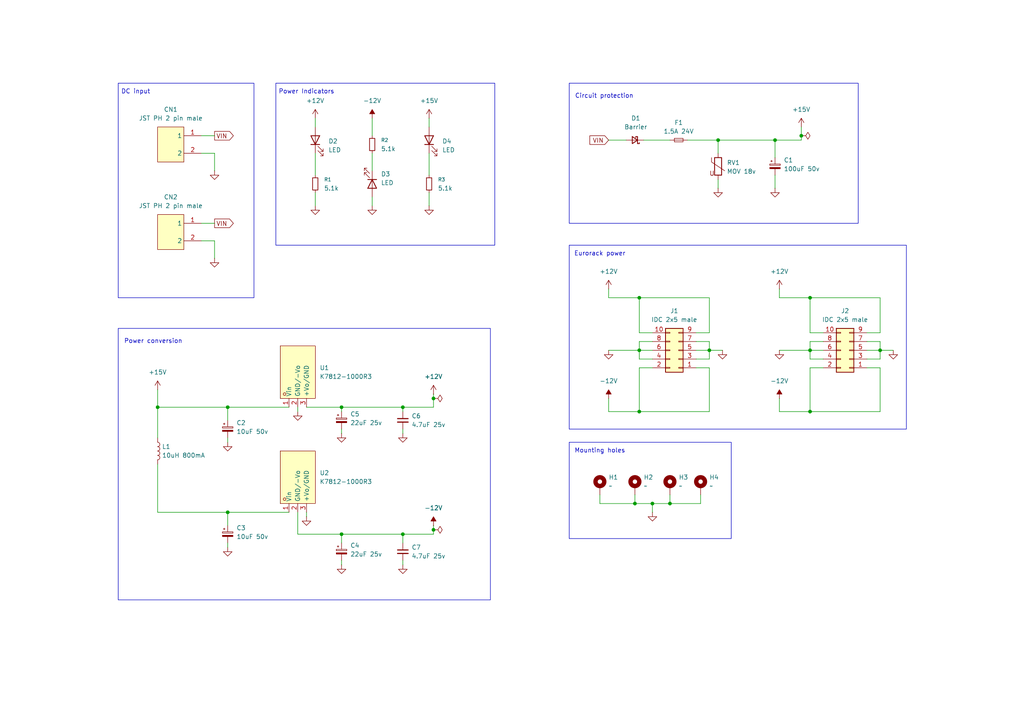
<source format=kicad_sch>
(kicad_sch (version 20250114) (generator "eeschema") (generator_version "9.0")
  (paper "A4")
  (lib_symbols
    (symbol "Connector_Generic:Conn_02x05_Odd_Even" (pin_names (offset 1.016) (hide yes))
      (property "Reference" "J" (at 1.27 7.62 0))
      (property "Value" "Conn_02x05_Odd_Even" (at 1.27 -7.62 0))
      (symbol "Conn_02x05_Odd_Even_1_1"
        (rectangle (start -1.27 6.35) (end 3.81 -6.35) (stroke (width 0.254)) (fill (type background)))
        (rectangle (start -1.27 5.207) (end 0 4.953) (stroke (width 0.1524)))
        (rectangle (start -1.27 2.667) (end 0 2.413) (stroke (width 0.1524)))
        (rectangle (start -1.27 0.127) (end 0 -0.127) (stroke (width 0.1524)))
        (rectangle (start -1.27 -2.413) (end 0 -2.667) (stroke (width 0.1524)))
        (rectangle (start -1.27 -4.953) (end 0 -5.207) (stroke (width 0.1524)))
        (rectangle (start 3.81 5.207) (end 2.54 4.953) (stroke (width 0.1524)))
        (rectangle (start 3.81 2.667) (end 2.54 2.413) (stroke (width 0.1524)))
        (rectangle (start 3.81 0.127) (end 2.54 -0.127) (stroke (width 0.1524)))
        (rectangle (start 3.81 -2.413) (end 2.54 -2.667) (stroke (width 0.1524)))
        (rectangle (start 3.81 -4.953) (end 2.54 -5.207) (stroke (width 0.1524)))
        (pin passive line (at -5.08 5.08 0) (length 3.81) (name "Pin_1") (number "1"))
        (pin passive line (at -5.08 2.54 0) (length 3.81) (name "Pin_3") (number "3"))
        (pin passive line (at -5.08 0 0) (length 3.81) (name "Pin_5") (number "5"))
        (pin passive line (at -5.08 -2.54 0) (length 3.81) (name "Pin_7") (number "7"))
        (pin passive line (at -5.08 -5.08 0) (length 3.81) (name "Pin_9") (number "9"))
        (pin passive line (at 7.62 5.08 180) (length 3.81) (name "Pin_2") (number "2"))
        (pin passive line (at 7.62 2.54 180) (length 3.81) (name "Pin_4") (number "4"))
        (pin passive line (at 7.62 0 180) (length 3.81) (name "Pin_6") (number "6"))
        (pin passive line (at 7.62 -2.54 180) (length 3.81) (name "Pin_8") (number "8"))
        (pin passive line (at 7.62 -5.08 180) (length 3.81) (name "Pin_10") (number "10"))
      )
    )
    (symbol "Device:C_Polarized_Small" (pin_numbers (hide yes)) (pin_names (offset 0.254) (hide yes))
      (property "Reference" "C" (at 0.254 1.778 0))
      (property "Value" "C_Polarized_Small" (at 0.254 -2.032 0))
      (symbol "C_Polarized_Small_0_1"
        (rectangle (start -1.524 0.6858) (end 1.524 0.3048))
        (rectangle (start -1.524 -0.3048) (end 1.524 -0.6858) (fill (type outline)))
        (polyline (pts (xy -1.27 1.524) (xy -0.762 1.524)))
        (polyline (pts (xy -1.016 1.27) (xy -1.016 1.778)))
      )
      (symbol "C_Polarized_Small_1_1"
        (pin passive line (at 0 2.54 270) (length 1.8542) (name "~") (number "1"))
        (pin passive line (at 0 -2.54 90) (length 1.8542) (name "~") (number "2"))
      )
    )
    (symbol "Device:C_Small" (pin_numbers (hide yes)) (pin_names (offset 0.254) (hide yes))
      (property "Reference" "C" (at 0.254 1.778 0))
      (property "Value" "C_Small" (at 0.254 -2.032 0))
      (symbol "C_Small_0_1"
        (polyline (pts (xy -1.524 0.508) (xy 1.524 0.508)) (stroke (width 0.3048)))
        (polyline (pts (xy -1.524 -0.508) (xy 1.524 -0.508)) (stroke (width 0.3302)))
      )
      (symbol "C_Small_1_1"
        (pin passive line (at 0 2.54 270) (length 2.032) (name "~") (number "1"))
        (pin passive line (at 0 -2.54 90) (length 2.032) (name "~") (number "2"))
      )
    )
    (symbol "Device:D_Schottky_Small" (pin_numbers (hide yes)) (pin_names (offset 0.254) (hide yes))
      (property "Reference" "D" (at -1.27 2.032 0))
      (property "Value" "D_Schottky_Small" (at -7.112 -2.032 0))
      (symbol "D_Schottky_Small_0_1"
        (polyline (pts (xy -1.27 0.762) (xy -1.27 1.016) (xy -0.762 1.016) (xy -0.762 -1.016) (xy -0.254 -1.016) (xy -0.254 -0.762)) (stroke (width 0.254)))
        (polyline (pts (xy -0.762 0) (xy 0.762 0)))
        (polyline (pts (xy 0.762 -1.016) (xy -0.762 0) (xy 0.762 1.016) (xy 0.762 -1.016)) (stroke (width 0.254)))
      )
      (symbol "D_Schottky_Small_1_1"
        (pin passive line (at -2.54 0 0) (length 1.778) (name "K") (number "1"))
        (pin passive line (at 2.54 0 180) (length 1.778) (name "A") (number "2"))
      )
    )
    (symbol "Device:Fuse_Small" (pin_numbers (hide yes)) (pin_names (offset 0.254) (hide yes))
      (property "Reference" "F" (at 0 -1.524 0))
      (property "Value" "Fuse_Small" (at 0 1.524 0))
      (symbol "Fuse_Small_0_1"
        (rectangle (start -1.27 0.508) (end 1.27 -0.508))
        (polyline (pts (xy -1.27 0) (xy 1.27 0)))
      )
      (symbol "Fuse_Small_1_1"
        (pin passive line (at -2.54 0 0) (length 1.27) (name "~") (number "1"))
        (pin passive line (at 2.54 0 180) (length 1.27) (name "~") (number "2"))
      )
    )
    (symbol "Device:L" (pin_numbers (hide yes)) (pin_names (offset 1.016) (hide yes))
      (property "Reference" "L" (at -1.27 0 90))
      (property "Value" "L" (at 1.905 0 90))
      (symbol "L_0_1"
        (arc (start 0 2.54) (mid 0.6323 1.905) (end 0 1.27))
        (arc (start 0 1.27) (mid 0.6323 0.635) (end 0 0))
        (arc (start 0 0) (mid 0.6323 -0.635) (end 0 -1.27))
        (arc (start 0 -1.27) (mid 0.6323 -1.905) (end 0 -2.54))
      )
      (symbol "L_1_1"
        (pin passive line (at 0 3.81 270) (length 1.27) (name "1") (number "1"))
        (pin passive line (at 0 -3.81 90) (length 1.27) (name "2") (number "2"))
      )
    )
    (symbol "Device:LED" (pin_numbers (hide yes)) (pin_names (offset 1.016) (hide yes))
      (property "Reference" "D" (at 0 2.54 0))
      (property "Value" "LED" (at 0 -2.54 0))
      (symbol "LED_0_1"
        (polyline (pts (xy -3.048 -0.762) (xy -4.572 -2.286) (xy -3.81 -2.286) (xy -4.572 -2.286) (xy -4.572 -1.524)))
        (polyline (pts (xy -1.778 -0.762) (xy -3.302 -2.286) (xy -2.54 -2.286) (xy -3.302 -2.286) (xy -3.302 -1.524)))
        (polyline (pts (xy -1.27 0) (xy 1.27 0)))
        (polyline (pts (xy -1.27 -1.27) (xy -1.27 1.27)) (stroke (width 0.254)))
        (polyline (pts (xy 1.27 -1.27) (xy 1.27 1.27) (xy -1.27 0) (xy 1.27 -1.27)) (stroke (width 0.254)))
      )
      (symbol "LED_1_1"
        (pin passive line (at -3.81 0 0) (length 2.54) (name "K") (number "1"))
        (pin passive line (at 3.81 0 180) (length 2.54) (name "A") (number "2"))
      )
    )
    (symbol "Device:R_Small" (pin_numbers (hide yes)) (pin_names (offset 0.254) (hide yes))
      (property "Reference" "R" (at 0 0 90))
      (property "Value" "R_Small" (at 1.778 0 90))
      (symbol "R_Small_0_1"
        (rectangle (start -0.762 1.778) (end 0.762 -1.778) (stroke (width 0.2032)))
      )
      (symbol "R_Small_1_1"
        (pin passive line (at 0 2.54 270) (length 0.762) (name "~") (number "1"))
        (pin passive line (at 0 -2.54 90) (length 0.762) (name "~") (number "2"))
      )
    )
    (symbol "Device:Varistor" (pin_numbers (hide yes)) (pin_names (offset 0))
      (property "Reference" "RV" (at 3.175 0 90))
      (property "Value" "Varistor" (at -3.175 0 90))
      (symbol "Varistor_0_0"
        (text "U" (at -1.778 -2.032 0) (effects (font (size 1.27 1.27))))
      )
      (symbol "Varistor_0_1"
        (polyline (pts (xy -1.905 2.54) (xy -1.905 1.27) (xy 1.905 -1.27)))
        (rectangle (start -1.016 -2.54) (end 1.016 2.54) (stroke (width 0.254)))
      )
      (symbol "Varistor_1_1"
        (pin passive line (at 0 3.81 270) (length 1.27) (name "~") (number "1"))
        (pin passive line (at 0 -3.81 90) (length 1.27) (name "~") (number "2"))
      )
    )
    (symbol "Mechanical:MountingHole_Pad" (pin_numbers (hide yes)) (pin_names (offset 1.016) (hide yes)) (in_bom no)
      (property "Reference" "H" (at 0 6.35 0))
      (property "Value" "MountingHole_Pad" (at 0 4.445 0))
      (symbol "MountingHole_Pad_0_1"
        (circle (center 0 1.27) (radius 1.27) (stroke (width 1.27)))
      )
      (symbol "MountingHole_Pad_1_1"
        (pin input line (at 0 -2.54 90) (length 2.54) (name "1") (number "1"))
      )
    )
    (symbol "easyeda2kicad:B2B-PH-K-S(LF)(SN)"
      (property "Reference" "CN" (at 0 7.62 0))
      (property "Value" "B2B-PH-K-S(LF)(SN)" (at 0 -7.62 0))
      (symbol "B2B-PH-K-S(LF)(SN)_0_1"
        (rectangle (start -6.35 5.08) (end 1.27 -5.08) (fill (type background)))
        (pin input line (at 6.35 2.54 180) (length 5.08) (name "1") (number "1"))
        (pin input line (at 6.35 -2.54 180) (length 5.08) (name "2") (number "2"))
      )
    )
    (symbol "easyeda2kicad:K7812-1000R3_C5369648"
      (property "Reference" "U" (at 0 7.62 0))
      (property "Value" "K7812-1000R3_C5369648" (at 0 -7.62 0))
      (symbol "K7812-1000R3_C5369648_0_1"
        (rectangle (start -7.62 5.08) (end 7.62 -5.08) (fill (type background)))
        (circle (center -6.35 3.81) (radius 0.38))
        (pin unspecified line (at -10.16 2.54 0) (length 2.54) (name "Vin") (number "1"))
        (pin unspecified line (at -10.16 0 0) (length 2.54) (name "GND/-Vo") (number "2"))
        (pin unspecified line (at -10.16 -2.54 0) (length 2.54) (name "+Vo/GND") (number "3"))
      )
    )
    (symbol "power:+12V" (power) (pin_numbers (hide yes)) (pin_names (offset 0) (hide yes))
      (property "Value" "+12V" (at 0 3.556 0))
      (symbol "+12V_0_1"
        (polyline (pts (xy -0.762 1.27) (xy 0 2.54)))
        (polyline (pts (xy 0 2.54) (xy 0.762 1.27)))
        (polyline (pts (xy 0 0) (xy 0 2.54)))
      )
      (symbol "+12V_1_1"
        (pin power_in line (at 0 0 90) (length 0) (name "~") (number "1"))
      )
    )
    (symbol "power:+15V" (power) (pin_numbers (hide yes)) (pin_names (offset 0) (hide yes))
      (property "Value" "+15V" (at 0 3.556 0))
      (symbol "+15V_0_1"
        (polyline (pts (xy -0.762 1.27) (xy 0 2.54)))
        (polyline (pts (xy 0 2.54) (xy 0.762 1.27)))
        (polyline (pts (xy 0 0) (xy 0 2.54)))
      )
      (symbol "+15V_1_1"
        (pin power_in line (at 0 0 90) (length 0) (name "~") (number "1"))
      )
    )
    (symbol "power:-12V" (power) (pin_numbers (hide yes)) (pin_names (offset 0) (hide yes))
      (property "Value" "-12V" (at 0 3.556 0))
      (symbol "-12V_0_0"
        (pin power_in line (at 0 0 90) (length 0) (name "~") (number "1"))
      )
      (symbol "-12V_0_1"
        (polyline (pts (xy 0 0) (xy 0 1.27) (xy 0.762 1.27) (xy 0 2.54) (xy -0.762 1.27) (xy 0 1.27)) (fill (type outline)))
      )
    )
    (symbol "power:GND" (power) (pin_numbers (hide yes)) (pin_names (offset 0) (hide yes))
      (property "Value" "GND" (at 0 -3.81 0))
      (symbol "GND_0_1"
        (polyline (pts (xy 0 0) (xy 0 -1.27) (xy 1.27 -1.27) (xy 0 -2.54) (xy -1.27 -1.27) (xy 0 -1.27)))
      )
      (symbol "GND_1_1"
        (pin power_in line (at 0 0 270) (length 0) (name "~") (number "1"))
      )
    )
    (symbol "power:PWR_FLAG" (power) (pin_numbers (hide yes)) (pin_names (offset 0) (hide yes))
      (property "Value" "PWR_FLAG" (at 0 3.81 0))
      (symbol "PWR_FLAG_0_0"
        (pin power_out line (at 0 0 90) (length 0) (name "~") (number "1"))
      )
      (symbol "PWR_FLAG_0_1"
        (polyline (pts (xy 0 0) (xy 0 1.27) (xy -1.016 1.905) (xy 0 2.54) (xy 1.016 1.905) (xy 0 1.27)))
      )
    )
  )
  (rectangle (start 165.1 24.13) (end 248.92 64.77))
  (rectangle (start 165.1 128.27) (end 212.09 156.21))
  (rectangle (start 165.1 71.12) (end 262.89 124.46))
  (rectangle (start 80.01 24.13) (end 143.51 71.12))
  (rectangle (start 34.29 95.25) (end 142.24 173.99))
  (rectangle (start 34.29 24.13) (end 73.66 86.36))
  (text "Eurorack power" (at 173.99 73.66 0) (effects (font (size 1.27 1.27))))
  (text "Circuit protection" (at 175.26 27.94 0) (effects (font (size 1.27 1.27))))
  (text "Power Indicators" (at 88.9 26.67 0) (effects (font (size 1.27 1.27))))
  (text "Mounting holes" (at 173.99 130.81 0) (effects (font (size 1.27 1.27))))
  (text "DC input" (at 39.37 26.67 0) (effects (font (size 1.27 1.27))))
  (text "Power conversion" (at 44.45 99.06 0) (effects (font (size 1.27 1.27))))
  (junction (at 116.84 118.11))
  (junction (at 189.23 146.05))
  (junction (at 234.95 101.6))
  (junction (at 125.73 153.67))
  (junction (at 224.79 40.64))
  (junction (at 255.27 101.6))
  (junction (at 45.72 118.11))
  (junction (at 205.74 101.6))
  (junction (at 194.31 146.05))
  (junction (at 185.42 86.36))
  (junction (at 125.73 115.57))
  (junction (at 185.42 119.38))
  (junction (at 234.95 119.38))
  (junction (at 99.06 118.11))
  (junction (at 116.84 154.94))
  (junction (at 185.42 101.6))
  (junction (at 232.41 39.37))
  (junction (at 99.06 154.94))
  (junction (at 184.15 146.05))
  (junction (at 234.95 86.36))
  (junction (at 208.28 40.64))
  (junction (at 66.04 148.59))
  (junction (at 66.04 118.11))
  (wire (pts (xy 116.84 124.46) (xy 116.84 125.73)))
  (wire (pts (xy 124.46 44.45) (xy 124.46 50.8)))
  (wire (pts (xy 234.95 99.06) (xy 234.95 101.6)))
  (wire (pts (xy 107.95 57.15) (xy 107.95 59.69)))
  (wire (pts (xy 176.53 101.6) (xy 185.42 101.6)))
  (wire (pts (xy 199.39 40.64) (xy 208.28 40.64)))
  (wire (pts (xy 201.93 104.14) (xy 205.74 104.14)))
  (wire (pts (xy 234.95 101.6) (xy 238.76 101.6)))
  (wire (pts (xy 125.73 153.67) (xy 125.73 154.94)))
  (wire (pts (xy 226.06 115.57) (xy 226.06 119.38)))
  (wire (pts (xy 208.28 52.07) (xy 208.28 54.61)))
  (wire (pts (xy 125.73 114.3) (xy 125.73 115.57)))
  (wire (pts (xy 185.42 99.06) (xy 185.42 101.6)))
  (wire (pts (xy 224.79 40.64) (xy 208.28 40.64)))
  (wire (pts (xy 234.95 86.36) (xy 255.27 86.36)))
  (wire (pts (xy 184.15 143.51) (xy 184.15 146.05)))
  (wire (pts (xy 58.42 39.37) (xy 62.23 39.37)))
  (wire (pts (xy 205.74 104.14) (xy 205.74 101.6)))
  (wire (pts (xy 255.27 104.14) (xy 255.27 101.6)))
  (wire (pts (xy 234.95 96.52) (xy 238.76 96.52)))
  (wire (pts (xy 232.41 36.83) (xy 232.41 39.37)))
  (wire (pts (xy 124.46 34.29) (xy 124.46 36.83)))
  (wire (pts (xy 176.53 115.57) (xy 176.53 119.38)))
  (wire (pts (xy 203.2 146.05) (xy 194.31 146.05)))
  (wire (pts (xy 99.06 118.11) (xy 99.06 119.38)))
  (wire (pts (xy 88.9 148.59) (xy 88.9 149.86)))
  (wire (pts (xy 205.74 101.6) (xy 209.55 101.6)))
  (wire (pts (xy 45.72 148.59) (xy 45.72 134.62)))
  (wire (pts (xy 66.04 157.48) (xy 66.04 158.75)))
  (wire (pts (xy 189.23 99.06) (xy 185.42 99.06)))
  (wire (pts (xy 176.53 86.36) (xy 185.42 86.36)))
  (wire (pts (xy 226.06 101.6) (xy 234.95 101.6)))
  (wire (pts (xy 45.72 118.11) (xy 66.04 118.11)))
  (wire (pts (xy 125.73 152.4) (xy 125.73 153.67)))
  (wire (pts (xy 116.84 118.11) (xy 99.06 118.11)))
  (wire (pts (xy 185.42 106.68) (xy 185.42 119.38)))
  (wire (pts (xy 58.42 69.85) (xy 62.23 69.85)))
  (wire (pts (xy 205.74 106.68) (xy 205.74 119.38)))
  (wire (pts (xy 203.2 143.51) (xy 203.2 146.05)))
  (wire (pts (xy 255.27 99.06) (xy 255.27 101.6)))
  (wire (pts (xy 205.74 99.06) (xy 205.74 101.6)))
  (wire (pts (xy 176.53 40.64) (xy 181.61 40.64)))
  (wire (pts (xy 194.31 146.05) (xy 189.23 146.05)))
  (wire (pts (xy 185.42 101.6) (xy 189.23 101.6)))
  (wire (pts (xy 184.15 146.05) (xy 189.23 146.05)))
  (wire (pts (xy 99.06 162.56) (xy 99.06 163.83)))
  (wire (pts (xy 66.04 127) (xy 66.04 128.27)))
  (wire (pts (xy 234.95 106.68) (xy 238.76 106.68)))
  (wire (pts (xy 185.42 86.36) (xy 185.42 96.52)))
  (wire (pts (xy 91.44 55.88) (xy 91.44 59.69)))
  (wire (pts (xy 205.74 96.52) (xy 205.74 86.36)))
  (wire (pts (xy 234.95 101.6) (xy 234.95 104.14)))
  (wire (pts (xy 107.95 34.29) (xy 107.95 39.37)))
  (wire (pts (xy 88.9 118.11) (xy 99.06 118.11)))
  (wire (pts (xy 125.73 154.94) (xy 116.84 154.94)))
  (wire (pts (xy 185.42 106.68) (xy 189.23 106.68)))
  (wire (pts (xy 173.99 146.05) (xy 184.15 146.05)))
  (wire (pts (xy 185.42 101.6) (xy 185.42 104.14)))
  (wire (pts (xy 251.46 101.6) (xy 255.27 101.6)))
  (wire (pts (xy 107.95 44.45) (xy 107.95 49.53)))
  (wire (pts (xy 255.27 96.52) (xy 255.27 86.36)))
  (wire (pts (xy 62.23 44.45) (xy 62.23 49.53)))
  (wire (pts (xy 176.53 83.82) (xy 176.53 86.36)))
  (wire (pts (xy 83.82 148.59) (xy 66.04 148.59)))
  (wire (pts (xy 99.06 154.94) (xy 99.06 157.48)))
  (wire (pts (xy 66.04 148.59) (xy 66.04 152.4)))
  (wire (pts (xy 226.06 86.36) (xy 234.95 86.36)))
  (wire (pts (xy 99.06 124.46) (xy 99.06 125.73)))
  (wire (pts (xy 125.73 115.57) (xy 125.73 118.11)))
  (wire (pts (xy 58.42 44.45) (xy 62.23 44.45)))
  (wire (pts (xy 45.72 118.11) (xy 45.72 127)))
  (wire (pts (xy 255.27 96.52) (xy 251.46 96.52)))
  (wire (pts (xy 255.27 106.68) (xy 255.27 119.38)))
  (wire (pts (xy 91.44 34.29) (xy 91.44 36.83)))
  (wire (pts (xy 232.41 40.64) (xy 224.79 40.64)))
  (wire (pts (xy 251.46 104.14) (xy 255.27 104.14)))
  (wire (pts (xy 116.84 162.56) (xy 116.84 163.83)))
  (wire (pts (xy 226.06 83.82) (xy 226.06 86.36)))
  (wire (pts (xy 189.23 104.14) (xy 185.42 104.14)))
  (wire (pts (xy 86.36 154.94) (xy 99.06 154.94)))
  (wire (pts (xy 234.95 106.68) (xy 234.95 119.38)))
  (wire (pts (xy 232.41 39.37) (xy 232.41 40.64)))
  (wire (pts (xy 189.23 146.05) (xy 189.23 148.59)))
  (wire (pts (xy 91.44 44.45) (xy 91.44 50.8)))
  (wire (pts (xy 125.73 118.11) (xy 116.84 118.11)))
  (wire (pts (xy 62.23 69.85) (xy 62.23 74.93)))
  (wire (pts (xy 66.04 148.59) (xy 45.72 148.59)))
  (wire (pts (xy 234.95 119.38) (xy 255.27 119.38)))
  (wire (pts (xy 58.42 64.77) (xy 62.23 64.77)))
  (wire (pts (xy 208.28 40.64) (xy 208.28 44.45)))
  (wire (pts (xy 251.46 99.06) (xy 255.27 99.06)))
  (wire (pts (xy 224.79 45.72) (xy 224.79 40.64)))
  (wire (pts (xy 185.42 96.52) (xy 189.23 96.52)))
  (wire (pts (xy 238.76 99.06) (xy 234.95 99.06)))
  (wire (pts (xy 116.84 157.48) (xy 116.84 154.94)))
  (wire (pts (xy 186.69 40.64) (xy 194.31 40.64)))
  (wire (pts (xy 226.06 119.38) (xy 234.95 119.38)))
  (wire (pts (xy 86.36 118.11) (xy 86.36 119.38)))
  (wire (pts (xy 201.93 101.6) (xy 205.74 101.6)))
  (wire (pts (xy 234.95 86.36) (xy 234.95 96.52)))
  (wire (pts (xy 205.74 96.52) (xy 201.93 96.52)))
  (wire (pts (xy 124.46 55.88) (xy 124.46 59.69)))
  (wire (pts (xy 86.36 148.59) (xy 86.36 154.94)))
  (wire (pts (xy 173.99 143.51) (xy 173.99 146.05)))
  (wire (pts (xy 185.42 86.36) (xy 205.74 86.36)))
  (wire (pts (xy 224.79 50.8) (xy 224.79 54.61)))
  (wire (pts (xy 185.42 119.38) (xy 205.74 119.38)))
  (wire (pts (xy 238.76 104.14) (xy 234.95 104.14)))
  (wire (pts (xy 45.72 113.03) (xy 45.72 118.11)))
  (wire (pts (xy 194.31 143.51) (xy 194.31 146.05)))
  (wire (pts (xy 201.93 99.06) (xy 205.74 99.06)))
  (wire (pts (xy 66.04 118.11) (xy 66.04 121.92)))
  (wire (pts (xy 116.84 119.38) (xy 116.84 118.11)))
  (wire (pts (xy 205.74 106.68) (xy 201.93 106.68)))
  (wire (pts (xy 255.27 106.68) (xy 251.46 106.68)))
  (wire (pts (xy 176.53 119.38) (xy 185.42 119.38)))
  (wire (pts (xy 255.27 101.6) (xy 259.08 101.6)))
  (wire (pts (xy 66.04 118.11) (xy 83.82 118.11)))
  (wire (pts (xy 116.84 154.94) (xy 99.06 154.94)))
  (global_label "VIN" (shape output) (at 62.23 39.37 0) (property "Intersheetrefs" "${INTERSHEET_REFS}" (effects (hide yes))))
  (global_label "VIN" (shape output) (at 62.23 64.77 0) (property "Intersheetrefs" "${INTERSHEET_REFS}" (effects (hide yes))))
  (global_label "VIN" (shape input) (at 176.53 40.64 180) (property "Intersheetrefs" "${INTERSHEET_REFS}" (effects (hide yes))))
  (symbol (lib_id "power:+12V") (at 176.53 83.82 0) (unit 1)
    (property "Reference" "#PWR05" (effects (hide yes)))
    (property "Value" "+12V" (at 176.53 78.74 0))
    (property "Description" "Power symbol creates a global label with name \"+12V\"" (effects (hide yes)))
  )
  (symbol (lib_id "power:GND") (at 88.9 149.86 0) (unit 1)
    (property "Reference" "#PWR013" (effects (hide yes)))
    (property "Value" "GND" (effects (hide yes)))
    (property "Description" "Power symbol creates a global label with name \"GND\" , ground" (effects (hide yes)))
  )
  (symbol (lib_id "Mechanical:MountingHole_Pad") (at 173.99 140.97 0) (unit 1) (in_bom no)
    (property "Reference" "H1" (at 176.53 138.4299 0) (effects (justify left)))
    (property "Value" "~" (at 176.53 140.9699 0) (effects (justify left)))
    (property "Footprint" "MountingHole:MountingHole_3.2mm_M3_Pad" (effects (hide yes)))
    (property "Description" "Mounting Hole with connection" (effects (hide yes)))
  )
  (symbol (lib_id "Connector_Generic:Conn_02x05_Odd_Even") (at 246.38 101.6 180) (unit 1)
    (property "Reference" "J2" (at 245.11 90.17 0))
    (property "Value" "IDC 2x5 male" (at 245.11 92.71 0))
    (property "Footprint" "Connector_IDC:IDC-Header_2x05_P2.54mm_Vertical" (effects (hide yes)))
    (property "Description" "Generic connector, double row, 02x05, odd/even pin numbering scheme (row 1 odd numbers, row 2 even numbers), script generated (kicad-library-utils/schlib/autogen/connector/)" (effects (hide yes)))
  )
  (symbol (lib_id "Device:LED") (at 124.46 40.64 90) (unit 1)
    (property "Reference" "D4" (at 128.27 40.9574 90) (effects (justify right)))
    (property "Value" "LED" (at 128.27 43.4974 90) (effects (justify right)))
    (property "Footprint" "LED_SMD:LED_0805_2012Metric_Pad1.15x1.40mm_HandSolder" (effects (hide yes)))
    (property "Description" "Light emitting diode" (effects (hide yes)))
    (property "Sim.Pins" "1=K 2=A" (effects (hide yes)))
    (property "LCSC Part" "C84256" (effects (hide yes)))
  )
  (symbol (lib_id "power:GND") (at 224.79 54.61 0) (unit 1)
    (property "Reference" "#PWR07" (effects (hide yes)))
    (property "Value" "GND" (effects (hide yes)))
    (property "Description" "Power symbol creates a global label with name \"GND\" , ground" (effects (hide yes)))
  )
  (symbol (lib_id "Device:C_Polarized_Small") (at 224.79 48.26 0) (unit 1)
    (property "Reference" "C1" (at 227.33 46.4438 0) (effects (justify left)))
    (property "Value" "100uF 50v" (at 227.33 48.9838 0) (effects (justify left)))
    (property "Footprint" "Capacitor_SMD:CP_Elec_6.3x7.7" (effects (hide yes)))
    (property "Description" "Polarized capacitor, small symbol" (effects (hide yes)))
    (property "LCSC Part" "C3151829" (effects (hide yes)))
  )
  (symbol (lib_id "Connector_Generic:Conn_02x05_Odd_Even") (at 196.85 101.6 180) (unit 1)
    (property "Reference" "J1" (at 195.58 90.17 0))
    (property "Value" "IDC 2x5 male" (at 195.58 92.71 0))
    (property "Footprint" "Connector_IDC:IDC-Header_2x05_P2.54mm_Vertical" (effects (hide yes)))
    (property "Description" "Generic connector, double row, 02x05, odd/even pin numbering scheme (row 1 odd numbers, row 2 even numbers), script generated (kicad-library-utils/schlib/autogen/connector/)" (effects (hide yes)))
  )
  (symbol (lib_id "power:+12V") (at 226.06 83.82 0) (unit 1)
    (property "Reference" "#PWR021" (effects (hide yes)))
    (property "Value" "+12V" (at 226.06 78.74 0))
    (property "Description" "Power symbol creates a global label with name \"+12V\"" (effects (hide yes)))
  )
  (symbol (lib_id "Device:R_Small") (at 107.95 41.91 0) (unit 1)
    (property "Reference" "R2" (at 110.49 40.6399 0) (effects (font (size 1.016 1.016)) (justify left)))
    (property "Value" "5.1k" (at 110.49 43.1799 0) (effects (justify left)))
    (property "Footprint" "Resistor_SMD:R_0805_2012Metric_Pad1.20x1.40mm_HandSolder" (effects (hide yes)))
    (property "Description" "Resistor, small symbol" (effects (hide yes)))
    (property "LCSC Part" "C27834" (effects (hide yes)))
  )
  (symbol (lib_id "power:-12V") (at 176.53 115.57 0) (unit 1)
    (property "Reference" "#PWR04" (effects (hide yes)))
    (property "Value" "-12V" (at 176.53 110.49 0))
    (property "Description" "Power symbol creates a global label with name \"-12V\"" (effects (hide yes)))
  )
  (symbol (lib_id "power:GND") (at 99.06 163.83 0) (unit 1)
    (property "Reference" "#PWR014" (effects (hide yes)))
    (property "Value" "GND" (effects (hide yes)))
    (property "Description" "Power symbol creates a global label with name \"GND\" , ground" (effects (hide yes)))
  )
  (symbol (lib_id "power:+15V") (at 232.41 36.83 0) (unit 1)
    (property "Reference" "#PWR08" (effects (hide yes)))
    (property "Value" "+15V" (at 232.41 31.75 0))
    (property "Description" "Power symbol creates a global label with name \"+15V\"" (effects (hide yes)))
  )
  (symbol (lib_id "power:-12V") (at 125.73 152.4 0) (unit 1)
    (property "Reference" "#PWR019" (effects (hide yes)))
    (property "Value" "-12V" (at 125.73 147.32 0))
    (property "Description" "Power symbol creates a global label with name \"-12V\"" (effects (hide yes)))
  )
  (symbol (lib_id "power:-12V") (at 107.95 34.29 0) (unit 1)
    (property "Reference" "#PWR027" (effects (hide yes)))
    (property "Value" "-12V" (at 107.95 29.21 0))
    (property "Description" "Power symbol creates a global label with name \"-12V\"" (effects (hide yes)))
  )
  (symbol (lib_id "Device:LED") (at 107.95 53.34 270) (unit 1)
    (property "Reference" "D3" (at 110.49 50.4824 90) (effects (justify left)))
    (property "Value" "LED" (at 110.49 53.0224 90) (effects (justify left)))
    (property "Footprint" "LED_SMD:LED_0805_2012Metric_Pad1.15x1.40mm_HandSolder" (effects (hide yes)))
    (property "Description" "Light emitting diode" (effects (hide yes)))
    (property "Sim.Pins" "1=K 2=A" (effects (hide yes)))
    (property "LCSC Part" "C84256" (effects (hide yes)))
  )
  (symbol (lib_id "Device:C_Small") (at 116.84 160.02 0) (unit 1)
    (property "Reference" "C7" (at 119.38 158.7562 0) (effects (justify left)))
    (property "Value" "4.7uF 25v" (at 119.38 161.2962 0) (effects (justify left)))
    (property "Footprint" "Capacitor_SMD:C_0805_2012Metric_Pad1.18x1.45mm_HandSolder" (effects (hide yes)))
    (property "Description" "Unpolarized capacitor, small symbol" (effects (hide yes)))
    (property "LCSC Part" "C1779" (effects (hide yes)))
  )
  (symbol (lib_id "Device:Varistor") (at 208.28 48.26 0) (unit 1)
    (property "Reference" "RV1" (at 210.82 47.1832 0) (effects (justify left)))
    (property "Value" "MOV 18v" (at 210.82 49.7232 0) (effects (justify left)))
    (property "Footprint" "Resistor_SMD:R_1206_3216Metric_Pad1.30x1.75mm_HandSolder" (effects (hide yes)))
    (property "Description" "Voltage dependent resistor" (effects (hide yes)))
    (property "Sim.Name" "kicad_builtin_varistor" (effects (hide yes)))
    (property "Sim.Device" "SUBCKT" (effects (hide yes)))
    (property "Sim.Pins" "1=A 2=B" (effects (hide yes)))
    (property "Sim.Params" "threshold=1k" (effects (hide yes)))
    (property "Sim.Library" "${KICAD9_SYMBOL_DIR}/Simulation_SPICE.sp" (effects (hide yes)))
    (property "LCSC Part" "C22355851" (effects (hide yes)))
  )
  (symbol (lib_id "power:+12V") (at 125.73 114.3 0) (unit 1)
    (property "Reference" "#PWR018" (effects (hide yes)))
    (property "Value" "+12V" (at 125.73 109.22 0))
    (property "Description" "Power symbol creates a global label with name \"+12V\"" (effects (hide yes)))
  )
  (symbol (lib_id "power:GND") (at 86.36 119.38 0) (unit 1)
    (property "Reference" "#PWR012" (effects (hide yes)))
    (property "Value" "GND" (effects (hide yes)))
    (property "Description" "Power symbol creates a global label with name \"GND\" , ground" (effects (hide yes)))
  )
  (symbol (lib_id "power:GND") (at 107.95 59.69 0) (unit 1)
    (property "Reference" "#PWR030" (effects (hide yes)))
    (property "Value" "GND" (effects (hide yes)))
    (property "Description" "Power symbol creates a global label with name \"GND\" , ground" (effects (hide yes)))
  )
  (symbol (lib_id "power:PWR_FLAG") (at 232.41 39.37 270) (unit 1)
    (property "Reference" "#FLG01" (effects (hide yes)))
    (property "Value" "PWR_FLAG" (effects (hide yes)))
    (property "Description" "Special symbol for telling ERC where power comes from" (effects (hide yes)))
  )
  (symbol (lib_id "power:GND") (at 208.28 54.61 0) (unit 1)
    (property "Reference" "#PWR06" (effects (hide yes)))
    (property "Value" "GND" (effects (hide yes)))
    (property "Description" "Power symbol creates a global label with name \"GND\" , ground" (effects (hide yes)))
  )
  (symbol (lib_id "easyeda2kicad:K7812-1000R3_C5369648") (at 86.36 138.43 90) (unit 1)
    (property "Reference" "U2" (at 92.71 137.1599 90) (effects (justify right)))
    (property "Value" "K7812-1000R3" (at 92.71 139.6999 90) (effects (justify right)))
    (property "Footprint" "easyeda2kicad:PWRM-TH_K7812-1000R3" (effects (hide yes)))
    (property "LCSC Part" "C5369648" (effects (hide yes)))
  )
  (symbol (lib_id "power:GND") (at 116.84 163.83 0) (unit 1)
    (property "Reference" "#PWR016" (effects (hide yes)))
    (property "Value" "GND" (effects (hide yes)))
    (property "Description" "Power symbol creates a global label with name \"GND\" , ground" (effects (hide yes)))
  )
  (symbol (lib_id "power:+15V") (at 45.72 113.03 0) (unit 1)
    (property "Reference" "#PWR09" (effects (hide yes)))
    (property "Value" "+15V" (at 45.72 107.95 0))
    (property "Description" "Power symbol creates a global label with name \"+15V\"" (effects (hide yes)))
  )
  (symbol (lib_id "power:GND") (at 66.04 128.27 0) (unit 1)
    (property "Reference" "#PWR010" (effects (hide yes)))
    (property "Value" "GND" (effects (hide yes)))
    (property "Description" "Power symbol creates a global label with name \"GND\" , ground" (effects (hide yes)))
  )
  (symbol (lib_id "power:GND") (at 209.55 101.6 0) (unit 1)
    (property "Reference" "#PWR02" (effects (hide yes)))
    (property "Value" "GND" (effects (hide yes)))
    (property "Description" "Power symbol creates a global label with name \"GND\" , ground" (effects (hide yes)))
  )
  (symbol (lib_id "Device:D_Schottky_Small") (at 184.15 40.64 180) (unit 1)
    (property "Reference" "D1" (at 184.404 34.29 0))
    (property "Value" "Barrier" (at 184.404 36.83 0))
    (property "Footprint" "Diode_SMD:D_SMA_Handsoldering" (effects (hide yes)))
    (property "Description" "Schottky diode, small symbol" (effects (hide yes)))
    (property "LCSC Part" "C64982" (effects (hide yes)))
  )
  (symbol (lib_id "power:GND") (at 66.04 158.75 0) (unit 1)
    (property "Reference" "#PWR011" (effects (hide yes)))
    (property "Value" "GND" (effects (hide yes)))
    (property "Description" "Power symbol creates a global label with name \"GND\" , ground" (effects (hide yes)))
  )
  (symbol (lib_id "power:+12V") (at 91.44 34.29 0) (unit 1)
    (property "Reference" "#PWR026" (effects (hide yes)))
    (property "Value" "+12V" (at 91.44 29.21 0))
    (property "Description" "Power symbol creates a global label with name \"+12V\"" (effects (hide yes)))
  )
  (symbol (lib_id "power:PWR_FLAG") (at 125.73 153.67 270) (unit 1)
    (property "Reference" "#FLG03" (effects (hide yes)))
    (property "Value" "PWR_FLAG" (effects (hide yes)))
    (property "Description" "Special symbol for telling ERC where power comes from" (effects (hide yes)))
  )
  (symbol (lib_id "easyeda2kicad:K7812-1000R3_C5369648") (at 86.36 107.95 90) (unit 1)
    (property "Reference" "U1" (at 92.71 106.6799 90) (effects (justify right)))
    (property "Value" "K7812-1000R3" (at 92.71 109.2199 90) (effects (justify right)))
    (property "Footprint" "easyeda2kicad:PWRM-TH_K7812-1000R3" (effects (hide yes)))
    (property "LCSC Part" "C5369648" (effects (hide yes)))
  )
  (symbol (lib_id "Device:LED") (at 91.44 40.64 90) (unit 1)
    (property "Reference" "D2" (at 95.25 40.9574 90) (effects (justify right)))
    (property "Value" "LED" (at 95.25 43.4974 90) (effects (justify right)))
    (property "Footprint" "LED_SMD:LED_0805_2012Metric_Pad1.15x1.40mm_HandSolder" (effects (hide yes)))
    (property "Description" "Light emitting diode" (effects (hide yes)))
    (property "Sim.Pins" "1=K 2=A" (effects (hide yes)))
    (property "LCSC Part" "C84256" (effects (hide yes)))
  )
  (symbol (lib_id "Device:C_Polarized_Small") (at 66.04 154.94 0) (unit 1)
    (property "Reference" "C3" (at 68.58 153.1238 0) (effects (justify left)))
    (property "Value" "10uF 50v" (at 68.58 155.6638 0) (effects (justify left)))
    (property "Footprint" "Capacitor_SMD:CP_Elec_5x5.4" (effects (hide yes)))
    (property "Description" "Polarized capacitor, small symbol" (effects (hide yes)))
    (property "LCSC Part" "C72487" (effects (hide yes)))
  )
  (symbol (lib_id "Device:C_Polarized_Small") (at 99.06 160.02 0) (unit 1)
    (property "Reference" "C4" (at 101.6 158.2038 0) (effects (justify left)))
    (property "Value" "22uF 25v" (at 101.6 160.7438 0) (effects (justify left)))
    (property "Footprint" "Capacitor_SMD:CP_Elec_5x5.4" (effects (hide yes)))
    (property "Description" "Polarized capacitor, small symbol" (effects (hide yes)))
    (property "LCSC Part" "C3001207" (effects (hide yes)))
  )
  (symbol (lib_id "Device:C_Small") (at 116.84 121.92 0) (unit 1)
    (property "Reference" "C6" (at 119.38 120.6562 0) (effects (justify left)))
    (property "Value" "4.7uF 25v" (at 119.38 123.1962 0) (effects (justify left)))
    (property "Footprint" "Capacitor_SMD:C_0805_2012Metric_Pad1.18x1.45mm_HandSolder" (effects (hide yes)))
    (property "Description" "Unpolarized capacitor, small symbol" (effects (hide yes)))
    (property "LCSC Part" "C1779" (effects (hide yes)))
  )
  (symbol (lib_id "Device:L") (at 45.72 130.81 0) (unit 1)
    (property "Reference" "L1" (at 46.99 129.5399 0) (effects (justify left)))
    (property "Value" "10uH 800mA" (at 46.99 132.0799 0) (effects (justify left)))
    (property "Description" "Inductor" (effects (hide yes)))
    (property "LCSC Part" "C701168" (effects (hide yes)))
  )
  (symbol (lib_id "power:GND") (at 62.23 49.53 0) (unit 1)
    (property "Reference" "#PWR01" (effects (hide yes)))
    (property "Value" "GND" (effects (hide yes)))
    (property "Description" "Power symbol creates a global label with name \"GND\" , ground" (effects (hide yes)))
  )
  (symbol (lib_id "power:GND") (at 259.08 101.6 0) (unit 1)
    (property "Reference" "#PWR024" (effects (hide yes)))
    (property "Value" "GND" (effects (hide yes)))
    (property "Description" "Power symbol creates a global label with name \"GND\" , ground" (effects (hide yes)))
  )
  (symbol (lib_id "power:GND") (at 176.53 101.6 0) (unit 1)
    (property "Reference" "#PWR03" (effects (hide yes)))
    (property "Value" "GND" (effects (hide yes)))
    (property "Description" "Power symbol creates a global label with name \"GND\" , ground" (effects (hide yes)))
  )
  (symbol (lib_id "Device:R_Small") (at 124.46 53.34 0) (unit 1)
    (property "Reference" "R3" (at 127 52.0699 0) (effects (font (size 1.016 1.016)) (justify left)))
    (property "Value" "5.1k" (at 127 54.6099 0) (effects (justify left)))
    (property "Footprint" "Resistor_SMD:R_0805_2012Metric_Pad1.20x1.40mm_HandSolder" (effects (hide yes)))
    (property "Description" "Resistor, small symbol" (effects (hide yes)))
    (property "LCSC Part" "C27834" (effects (hide yes)))
  )
  (symbol (lib_id "power:GND") (at 189.23 148.59 0) (unit 1)
    (property "Reference" "#PWR020" (effects (hide yes)))
    (property "Value" "GND" (effects (hide yes)))
    (property "Description" "Power symbol creates a global label with name \"GND\" , ground" (effects (hide yes)))
  )
  (symbol (lib_id "easyeda2kicad:B2B-PH-K-S(LF)(SN)") (at 52.07 67.31 0) (unit 1)
    (property "Reference" "CN2" (at 49.53 57.15 0))
    (property "Value" "JST PH 2 pin male" (at 49.53 59.69 0))
    (property "Footprint" "easyeda2kicad:CONN-TH_B2B-PH-K-S" (effects (hide yes)))
    (property "Datasheet" "https://lcsc.com/product-detail/PH-Connectors_JST_B2B-PH-K-S-LF-SN_B2B-PH-K-S-LF-SN_C131337.html" (effects (hide yes)))
    (property "LCSC Part" "C131337" (effects (hide yes)))
  )
  (symbol (lib_id "power:GND") (at 99.06 125.73 0) (unit 1)
    (property "Reference" "#PWR015" (effects (hide yes)))
    (property "Value" "GND" (effects (hide yes)))
    (property "Description" "Power symbol creates a global label with name \"GND\" , ground" (effects (hide yes)))
  )
  (symbol (lib_id "power:PWR_FLAG") (at 125.73 115.57 270) (unit 1)
    (property "Reference" "#FLG02" (effects (hide yes)))
    (property "Value" "PWR_FLAG" (effects (hide yes)))
    (property "Description" "Special symbol for telling ERC where power comes from" (effects (hide yes)))
  )
  (symbol (lib_id "Mechanical:MountingHole_Pad") (at 194.31 140.97 0) (unit 1) (in_bom no)
    (property "Reference" "H3" (at 196.85 138.4299 0) (effects (justify left)))
    (property "Value" "~" (at 196.85 140.9699 0) (effects (justify left)))
    (property "Footprint" "MountingHole:MountingHole_3.2mm_M3_Pad" (effects (hide yes)))
    (property "Description" "Mounting Hole with connection" (effects (hide yes)))
  )
  (symbol (lib_id "Device:C_Polarized_Small") (at 66.04 124.46 0) (unit 1)
    (property "Reference" "C2" (at 68.58 122.6438 0) (effects (justify left)))
    (property "Value" "10uF 50v" (at 68.58 125.1838 0) (effects (justify left)))
    (property "Footprint" "Capacitor_SMD:CP_Elec_5x5.4" (effects (hide yes)))
    (property "Description" "Polarized capacitor, small symbol" (effects (hide yes)))
    (property "LCSC Part" "C72487" (effects (hide yes)))
  )
  (symbol (lib_id "power:GND") (at 226.06 101.6 0) (unit 1)
    (property "Reference" "#PWR022" (effects (hide yes)))
    (property "Value" "GND" (effects (hide yes)))
    (property "Description" "Power symbol creates a global label with name \"GND\" , ground" (effects (hide yes)))
  )
  (symbol (lib_id "power:GND") (at 91.44 59.69 0) (unit 1)
    (property "Reference" "#PWR029" (effects (hide yes)))
    (property "Value" "GND" (effects (hide yes)))
    (property "Description" "Power symbol creates a global label with name \"GND\" , ground" (effects (hide yes)))
  )
  (symbol (lib_id "Mechanical:MountingHole_Pad") (at 184.15 140.97 0) (unit 1) (in_bom no)
    (property "Reference" "H2" (at 186.69 138.4299 0) (effects (justify left)))
    (property "Value" "~" (at 186.69 140.9699 0) (effects (justify left)))
    (property "Footprint" "MountingHole:MountingHole_3.2mm_M3_Pad" (effects (hide yes)))
    (property "Description" "Mounting Hole with connection" (effects (hide yes)))
  )
  (symbol (lib_id "easyeda2kicad:B2B-PH-K-S(LF)(SN)") (at 52.07 41.91 0) (unit 1)
    (property "Reference" "CN1" (at 49.53 31.75 0))
    (property "Value" "JST PH 2 pin male" (at 49.53 34.29 0))
    (property "Footprint" "easyeda2kicad:CONN-TH_B2B-PH-K-S" (effects (hide yes)))
    (property "Datasheet" "https://lcsc.com/product-detail/PH-Connectors_JST_B2B-PH-K-S-LF-SN_B2B-PH-K-S-LF-SN_C131337.html" (effects (hide yes)))
    (property "LCSC Part" "C131337" (effects (hide yes)))
  )
  (symbol (lib_id "Device:C_Polarized_Small") (at 99.06 121.92 0) (unit 1)
    (property "Reference" "C5" (at 101.6 120.1038 0) (effects (justify left)))
    (property "Value" "22uF 25v" (at 101.6 122.6438 0) (effects (justify left)))
    (property "Footprint" "Capacitor_SMD:CP_Elec_5x5.4" (effects (hide yes)))
    (property "Description" "Polarized capacitor, small symbol" (effects (hide yes)))
    (property "LCSC Part" "C3001207" (effects (hide yes)))
  )
  (symbol (lib_id "power:GND") (at 116.84 125.73 0) (unit 1)
    (property "Reference" "#PWR017" (effects (hide yes)))
    (property "Value" "GND" (effects (hide yes)))
    (property "Description" "Power symbol creates a global label with name \"GND\" , ground" (effects (hide yes)))
  )
  (symbol (lib_id "power:-12V") (at 226.06 115.57 0) (unit 1)
    (property "Reference" "#PWR023" (effects (hide yes)))
    (property "Value" "-12V" (at 226.06 110.49 0))
    (property "Description" "Power symbol creates a global label with name \"-12V\"" (effects (hide yes)))
  )
  (symbol (lib_id "Device:Fuse_Small") (at 196.85 40.64 0) (unit 1)
    (property "Reference" "F1" (at 196.85 35.56 0))
    (property "Value" "1.5A 24V" (at 196.85 38.1 0))
    (property "Footprint" "Fuse:Fuse_1812_4532Metric_Pad1.30x3.40mm_HandSolder" (effects (hide yes)))
    (property "Description" "Fuse, small symbol" (effects (hide yes)))
    (property "LCSC Part" "C142805" (effects (hide yes)))
  )
  (symbol (lib_id "Device:R_Small") (at 91.44 53.34 0) (unit 1)
    (property "Reference" "R1" (at 93.98 52.0699 0) (effects (font (size 1.016 1.016)) (justify left)))
    (property "Value" "5.1k" (at 93.98 54.6099 0) (effects (justify left)))
    (property "Footprint" "Resistor_SMD:R_0805_2012Metric_Pad1.20x1.40mm_HandSolder" (effects (hide yes)))
    (property "Description" "Resistor, small symbol" (effects (hide yes)))
    (property "LCSC Part" "C27834" (effects (hide yes)))
  )
  (symbol (lib_id "power:+15V") (at 124.46 34.29 0) (unit 1)
    (property "Reference" "#PWR028" (effects (hide yes)))
    (property "Value" "+15V" (at 124.46 29.21 0))
    (property "Description" "Power symbol creates a global label with name \"+15V\"" (effects (hide yes)))
  )
  (symbol (lib_id "power:GND") (at 124.46 59.69 0) (unit 1)
    (property "Reference" "#PWR031" (effects (hide yes)))
    (property "Value" "GND" (effects (hide yes)))
    (property "Description" "Power symbol creates a global label with name \"GND\" , ground" (effects (hide yes)))
  )
  (symbol (lib_id "Mechanical:MountingHole_Pad") (at 203.2 140.97 0) (unit 1) (in_bom no)
    (property "Reference" "H4" (at 205.74 138.4299 0) (effects (justify left)))
    (property "Value" "~" (at 205.74 140.9699 0) (effects (justify left)))
    (property "Footprint" "MountingHole:MountingHole_3.2mm_M3_Pad" (effects (hide yes)))
    (property "Description" "Mounting Hole with connection" (effects (hide yes)))
  )
  (symbol (lib_id "power:GND") (at 62.23 74.93 0) (unit 1)
    (property "Reference" "#PWR025" (effects (hide yes)))
    (property "Value" "GND" (effects (hide yes)))
    (property "Description" "Power symbol creates a global label with name \"GND\" , ground" (effects (hide yes)))
  )
)
</source>
